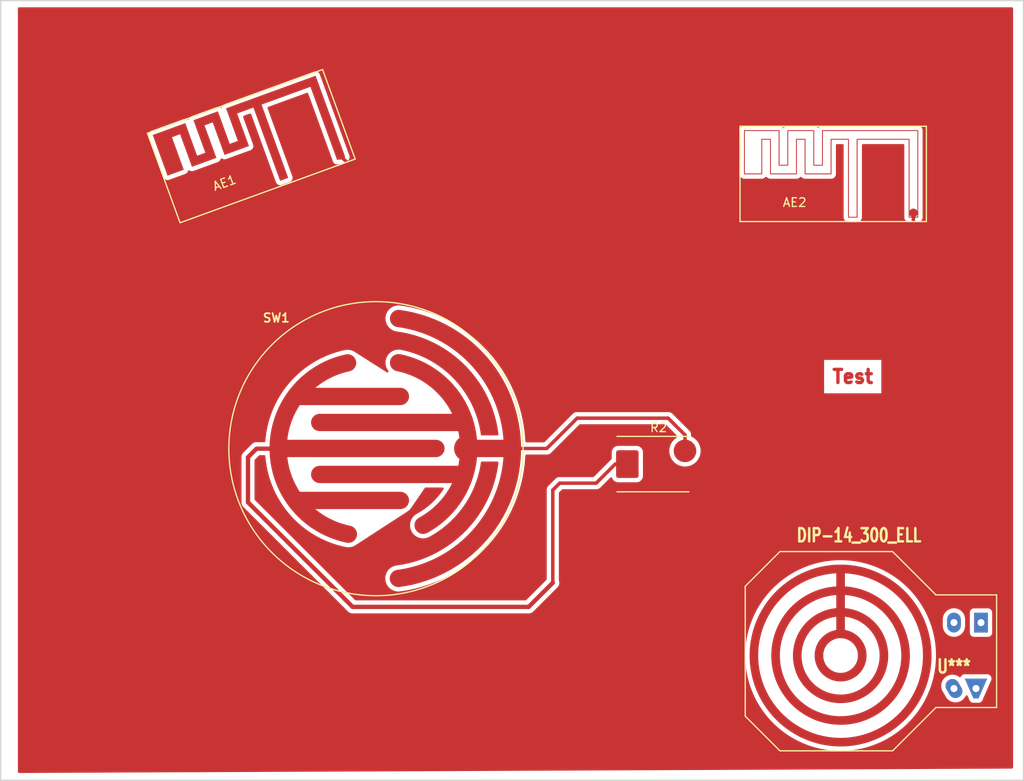
<source format=kicad_pcb>
(kicad_pcb (version 20220818) (generator pcbnew)
  (layers (0 "F.Cu" signal) (31 "B.Cu" signal) (34 "B.Paste" user) (35 "F.Paste" user) (36 "B.SilkS" user "B.Silkscreen") (37 "F.SilkS" user "F.Silkscreen") (38 "B.Mask" user) (39 "F.Mask" user) (44 "Edge.Cuts" user))
  (net 0 "")
  (net 1 "/PAD2")
  (net 2 "/PAD1")
  (net 3 "GND")
  (footprint "Diodes_SMD:DO-214AB" (layer "F.Cu") (at 136.9 101.5)
    (fp_text reference "R2" (at 0 -4.2) (layer "F.SilkS"))
    (fp_text value "R")
    (fp_line (start -4.8 -3.2) (end 3.5 -3.2) (stroke (width 0.15)) (layer "F.SilkS"))
    (fp_line (start 3.5 3.2) (end -4.8 3.2) (stroke (width 0.15)) (layer "F.SilkS"))
    (pad "1" smd roundrect (at -3.6 0) (size 2.6 3.2) (layers "F.Cu" "F.Paste" "F.Mask") (roundrect_rratio 0.1) (net 2 "/PAD1"))
    (pad "2" smd circle (at 3.048 -1.524) (size 2.6 2.6) (layers "F.Cu" "F.Paste" "F.Mask") (net 1 "/PAD2"))
  )
  (footprint "Connect:1pin" (layer "F.Cu") (at 166.3 72.5)
    (fp_text reference "AE2" (at -13.7 -1.2) (layer "F.SilkS"))
    (fp_text value "Antenna")
    (fp_line (start -20 -10) (end 1.5 -10) (stroke (width 0.15)) (layer "F.SilkS"))
    (fp_line (start -20 1) (end -20 -10) (stroke (width 0.15)) (layer "F.SilkS"))
    (fp_line (start 1.5 -10) (end 1.5 1) (stroke (width 0.15)) (layer "F.SilkS"))
    (fp_line (start 1.5 1) (end -20 1) (stroke (width 0.15)) (layer "F.SilkS"))
    (pad "1" smd custom (at 0 0) (size 1 1) (layers "F.Cu" "F.Paste" "F.Mask") (net 3 "GND") (options (clearance outline) (anchor circle)) (primitives (gr_line (start -0.4928 -8.5) (end -0.4928 0.5) (width 0.1)) (gr_line (start -6.4928 -8.5) (end -0.4928 -8.5) (width 0.1)) (gr_line (start -6.4928 0.5) (end -6.4928 -8.5) (width 0.1)) (gr_line (start -7.4928 0.5) (end -6.4928 0.5) (width 0.1)) (gr_line (start -7.4928 -8.5) (end -7.4928 0.5) (width 0.1)) (gr_line (start -9.4928 -8.5) (end -7.4928 -8.5) (width 0.1)) (gr_line (start -9.4928 -4.5) (end -9.4928 -8.5) (width 0.1)) (gr_line (start -12.4928 -4.5) (end -9.4928 -4.5) (width 0.1)) (gr_line (start -12.4928 -8.5) (end -12.4928 -4.5) (width 0.1)) (gr_line (start -13.4928 -8.5) (end -12.4928 -8.5) (width 0.1)) (gr_line (start -13.4928 -4.5) (end -13.4928 -8.5) (width 0.1)) (gr_line (start -16.4928 -4.5) (end -13.4928 -4.5) (width 0.1)) (gr_line (start -16.4928 -8.5) (end -16.4928 -4.5) (width 0.1)) (gr_line (start -17.4928 -8.5) (end -16.4928 -8.5) (width 0.1)) (gr_line (start -17.4928 -4.5) (end -17.4928 -8.5) (width 0.1)) (gr_line (start -19.4928 -4.5) (end -17.4928 -4.5) (width 0.1)) (gr_line (start -19.4928 -9.5) (end -19.4928 -4.5) (width 0.1)) (gr_line (start -15.4928 -9.5) (end -19.4928 -9.5) (width 0.1)) (gr_line (start -15.4928 -5.5) (end -15.4928 -9.5) (width 0.1)) (gr_line (start -14.4928 -5.5) (end -15.4928 -5.5) (width 0.1)) (gr_line (start -14.4928 -9.5) (end -14.4928 -5.5) (width 0.1)) (gr_line (start -11.4928 -9.5) (end -14.4928 -9.5) (width 0.1)) (gr_line (start -11.4928 -5.5) (end -11.4928 -9.5) (width 0.1)) (gr_line (start -10.4928 -5.5) (end -11.4928 -5.5) (width 0.1)) (gr_line (start -10.4928 -9.5) (end -10.4928 -5.5) (width 0.1)) (gr_line (start 0.5072 -9.5) (end -10.4928 -9.5) (width 0.1)) (gr_line (start 0.5072 0.5) (end 0.5072 -9.5) (width 0.1)) (gr_line (start -0.4928 0.5) (end 0.5072 0.5) (width 0.1))))
  )
  (footprint "Connect:1pin" (layer "F.Cu") (at 100.15 65.86 20)
    (fp_text reference "AE1" (at -13.619 -1.567 20) (layer "F.SilkS"))
    (fp_text value "Antenna")
    (fp_line (start -20 -10) (end 1.5 -10) (stroke (width 0.15)) (layer "F.SilkS"))
    (fp_line (start -20 1) (end -20 -10) (stroke (width 0.15)) (layer "F.SilkS"))
    (fp_line (start 1.5 -10) (end 1.5 1) (stroke (width 0.15)) (layer "F.SilkS"))
    (fp_line (start 1.5 1) (end -20 1) (stroke (width 0.15)) (layer "F.SilkS"))
    (pad "1" connect custom (at 0 0 20) (size 1 1) (layers "F.Cu" "F.Mask") (net 3 "GND") (options (clearance outline) (anchor circle)) (primitives (gr_poly (pts (xy -15.5 -5.6) (xy -14.5 -5.6) (xy -14.5 -9.6) (xy -11.5 -9.6) (xy -11.5 -5.6) (xy -10.5 -5.6) (xy -10.5 -9.6) (xy 0.5 -9.6) (xy 0.5 0.4) (xy -0.5 0.4) (xy -0.5 -8.6) (xy -6.5 -8.6) (xy -6.5 0.4) (xy -7.5 0.4) (xy -7.5 -8.6) (xy -9.5 -8.6) (xy -9.5 -4.6) (xy -12.5 -4.6) (xy -12.5 -8.6) (xy -13.5 -8.6) (xy -13.5 -4.6) (xy -16.5 -4.6) (xy -16.5 -8.6) (xy -17.5 -8.6) (xy -17.5 -4.6) (xy -19.5 -4.6) (xy -19.5 -9.6) (xy -15.5 -9.6)) (width 0) (fill yes))))
  )
  (footprint "Dip_sockets:DIP-14__300_ELL" (layer "F.Cu") (at 165.9 123.6 180)
    (fp_text reference "U***" (at -5.08 -1.27 180) (layer "F.SilkS") (effects (font (size 1.524 1.143) (thickness 0.3048))))
    (fp_text value "DIP-14_300_ELL" (at 5.88 13.872 180) (layer "F.SilkS") (effects (font (size 1.524 1.143) (thickness 0.3048))))
    (fp_line (start -10 -6) (end -9 -6) (stroke (width 0.15)) (layer "F.SilkS"))
    (fp_line (start -10 7) (end -10 -6) (stroke (width 0.15)) (layer "F.SilkS"))
    (fp_line (start -9 -6) (end -3 -6) (stroke (width 0.15)) (layer "F.SilkS"))
    (fp_line (start -3 -6) (end 2 -11) (stroke (width 0.15)) (layer "F.SilkS"))
    (fp_line (start -3 7) (end -10 7) (stroke (width 0.15)) (layer "F.SilkS"))
    (fp_line (start 2 -11) (end 15 -11) (stroke (width 0.15)) (layer "F.SilkS"))
    (fp_line (start 2 12) (end -3 7) (stroke (width 0.15)) (layer "F.SilkS"))
    (fp_line (start 15 -11) (end 19 -7) (stroke (width 0.15)) (layer "F.SilkS"))
    (fp_line (start 15 12) (end 2 12) (stroke (width 0.15)) (layer "F.SilkS"))
    (fp_line (start 19 -7) (end 19 8) (stroke (width 0.15)) (layer "F.SilkS"))
    (fp_line (start 19 8) (end 15 12) (stroke (width 0.15)) (layer "F.SilkS"))
    (pad "1" thru_hole rect (at -8.2 3.8 180) (size 1.5748 2.286) (drill 0.8128) (layers *.Cu *.Mask))
    (pad "2" thru_hole oval (at -5.08 3.81 180) (size 1.5748 2.286) (drill 0.8128) (layers *.Cu *.Mask))
    (pad "3" thru_hole trapezoid (at -7.62 -3.81 180) (size 1.5748 2.286) (rect_delta 0 1) (drill 0.8128) (layers *.Cu *.Mask))
    (pad "4" thru_hole oval (at -5.08 -3.81 210) (size 1.5748 2.286) (drill 0.8128) (layers *.Cu *.Mask))
    (pad "5" connect custom (at 8 10 180) (size 1 1) (layers "F.Cu" "F.Mask") (options (clearance convexhull) (anchor circle)) (primitives (gr_circle (center 0 -10) (end 2.5 -10) (width 1) (fill none)) (gr_circle (center 0 -10) (end 5 -10) (width 1) (fill none)) (gr_circle (center 0 -10) (end 7.5 -10) (width 1) (fill none)) (gr_circle (center 0 -10) (end 10 -10) (width 1) (fill none)) (gr_line (start 0 0) (end 0 -7.5) (width 1))))
  )
  (footprint "Discret:C2" (layer "F.Cu") (at 104.299 99.72)
    (fp_text reference "SW1" (at -11.5 -15.1) (layer "F.SilkS") (effects (font (thickness 0.2))))
    (fp_text value "R" hide)
    (fp_circle (center 0 0) (end 12.065 -11.938) (stroke (width 0.15)) (fill none) (layer "F.SilkS"))
    (pad "1" connect custom (at -11.081 -0.025 90) (size 1.397 1.397) (layers "F.Cu" "F.Mask") (net 2 "/PAD1") (options (clearance convexhull) (anchor rect)) (primitives (gr_line (start 6 1.9) (end 6 13.9) (width 2)) (gr_line (start -6 1.9) (end -6 13.9) (width 2)) (gr_line (start 0 -0.1) (end 0 18) (width 2)) (gr_arc (start -9.9 7.9) (mid -0.049149 -0.19988) (end 9.880067 7.803745) (width 2))))
    (pad "2" connect custom (at 10.509 -0.025 270) (size 3 3) (layers "F.Cu" "F.Mask") (net 1 "/PAD2") (options (clearance outline) (anchor circle)) (primitives (gr_line (start 3 0.5) (end 3 17) (width 2)) (gr_line (start -3 0.5) (end -3 17) (width 2)) (gr_arc (start -9.9 7.9) (mid -1.506614 -0.086997) (end 8.869415 5.068492) (width 2)) (gr_arc (start -15 7.9) (mid 0.011791 -5.232741) (end 15.003099 7.923378) (width 2)) (gr_line (start 0 0) (end 0 -5) (width 2))))
  )
  (gr_line (start 179 48) (end 179 138) (stroke (width 0.15)) (layer "Edge.Cuts"))
  (gr_line (start 179 138) (end 61 138) (stroke (width 0.15)) (layer "Edge.Cuts"))
  (gr_line (start 61 48) (end 179 48) (stroke (width 0.15)) (layer "Edge.Cuts"))
  (gr_line (start 61 138) (end 61 48) (stroke (width 0.15)) (layer "Edge.Cuts"))
  (gr_text "Test" (at 159.3 91.4) (layer "F.Cu") (effects (font (size 1.524 1.524) (thickness 0.381))))
  (segment (start 139.948 98.137523) (end 138.010477 96.2) (width 0.4) (layer "F.Cu") (net 1))
  (segment (start 114.808 99.695) (end 124.005 99.695) (width 0.4) (layer "F.Cu") (net 1))
  (segment (start 138.010477 96.2) (end 127.5 96.2) (width 0.4) (layer "F.Cu") (net 1))
  (segment (start 139.948 99.976) (end 139.948 98.137523) (width 0.4) (layer "F.Cu") (net 1))
  (segment (start 124.005 99.695) (end 127.5 96.2) (width 0.4) (layer "F.Cu") (net 1))
  (segment (start 101.6 117.983) (end 89.535 105.918) (width 0.5) (layer "F.Cu") (net 2))
  (segment (start 129.7 103.7) (end 125.5 103.7) (width 0.4) (layer "F.Cu") (net 2))
  (segment (start 125.5 103.7) (end 124.7 104.5) (width 0.4) (layer "F.Cu") (net 2))
  (segment (start 90.526 99.72) (end 93.799 99.72) (width 0.5) (layer "F.Cu") (net 2))
  (segment (start 121.917 117.983) (end 101.6 117.983) (width 0.5) (layer "F.Cu") (net 2))
  (segment (start 89.535 105.918) (end 89.535 100.711) (width 0.5) (layer "F.Cu") (net 2))
  (segment (start 131.9 101.5) (end 129.7 103.7) (width 0.4) (layer "F.Cu") (net 2))
  (segment (start 89.535 100.711) (end 90.526 99.72) (width 0.5) (layer "F.Cu") (net 2))
  (segment (start 133.3 101.5) (end 131.9 101.5) (width 0.4) (layer "F.Cu") (net 2))
  (segment (start 124.7 104.5) (end 124.7 115.2) (width 0.4) (layer "F.Cu") (net 2))
  (segment (start 124.7 115.2) (end 121.917 117.983) (width 0.5) (layer "F.Cu") (net 2))
  (segment (start 166.3 72.5) (end 166.3 75.5) (width 0.4) (layer "F.Cu") (net 3))
  (segment (start 100.15 65.86) (end 102.5 68.21) (width 0.4) (layer "F.Cu") (net 3))
  (segment (start 102.5 68.21) (end 102.5 69.2) (width 0.4) (layer "F.Cu") (net 3))
  (zone (net 3) (net_name "GND") (layer "F.Cu") (connect_pads (clearance 0.5)) (min_thickness 0.254) (fill yes (thermal_gap 0.508) (thermal_bridge_width 0.508))
    (polygon (pts (xy 62.992 48.768) (xy 177.8 48.768) (xy 177.8 136.652) (xy 62.992 137.16)))
  )
)
</source>
